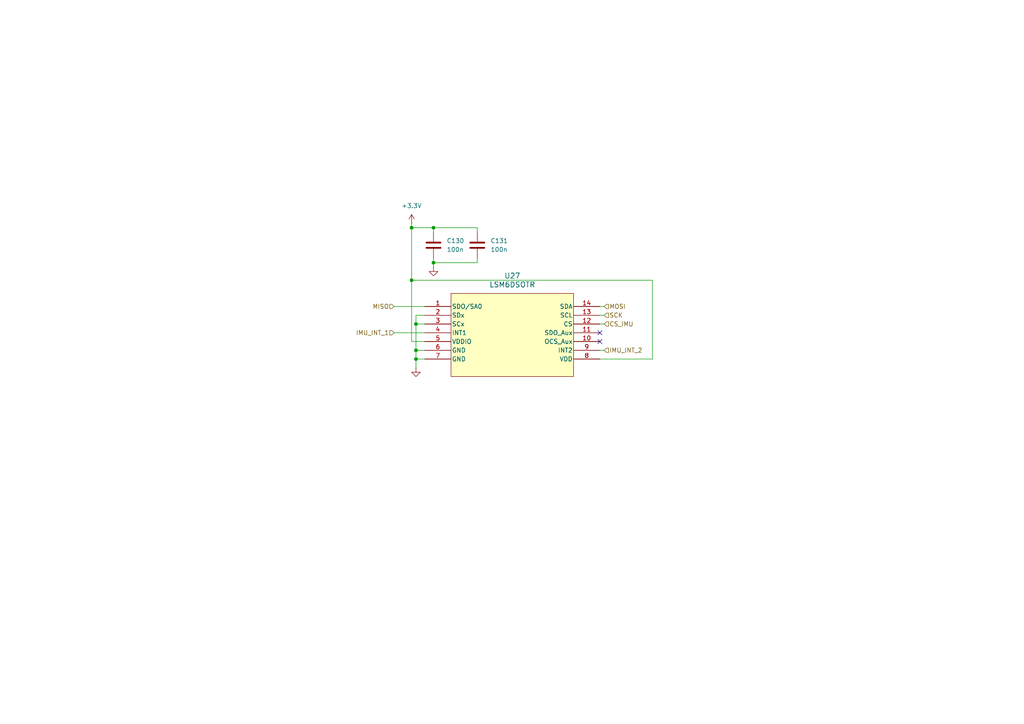
<source format=kicad_sch>
(kicad_sch
	(version 20250114)
	(generator "eeschema")
	(generator_version "9.0")
	(uuid "cf2df151-3433-4e66-980f-ce2eec243024")
	(paper "A4")
	(lib_symbols
		(symbol "Device:C"
			(pin_numbers
				(hide yes)
			)
			(pin_names
				(offset 0.254)
			)
			(exclude_from_sim no)
			(in_bom yes)
			(on_board yes)
			(property "Reference" "C"
				(at 0.635 2.54 0)
				(effects
					(font
						(size 1.27 1.27)
					)
					(justify left)
				)
			)
			(property "Value" "C"
				(at 0.635 -2.54 0)
				(effects
					(font
						(size 1.27 1.27)
					)
					(justify left)
				)
			)
			(property "Footprint" ""
				(at 0.9652 -3.81 0)
				(effects
					(font
						(size 1.27 1.27)
					)
					(hide yes)
				)
			)
			(property "Datasheet" "~"
				(at 0 0 0)
				(effects
					(font
						(size 1.27 1.27)
					)
					(hide yes)
				)
			)
			(property "Description" "Unpolarized capacitor"
				(at 0 0 0)
				(effects
					(font
						(size 1.27 1.27)
					)
					(hide yes)
				)
			)
			(property "ki_keywords" "cap capacitor"
				(at 0 0 0)
				(effects
					(font
						(size 1.27 1.27)
					)
					(hide yes)
				)
			)
			(property "ki_fp_filters" "C_*"
				(at 0 0 0)
				(effects
					(font
						(size 1.27 1.27)
					)
					(hide yes)
				)
			)
			(symbol "C_0_1"
				(polyline
					(pts
						(xy -2.032 0.762) (xy 2.032 0.762)
					)
					(stroke
						(width 0.508)
						(type default)
					)
					(fill
						(type none)
					)
				)
				(polyline
					(pts
						(xy -2.032 -0.762) (xy 2.032 -0.762)
					)
					(stroke
						(width 0.508)
						(type default)
					)
					(fill
						(type none)
					)
				)
			)
			(symbol "C_1_1"
				(pin passive line
					(at 0 3.81 270)
					(length 2.794)
					(name "~"
						(effects
							(font
								(size 1.27 1.27)
							)
						)
					)
					(number "1"
						(effects
							(font
								(size 1.27 1.27)
							)
						)
					)
				)
				(pin passive line
					(at 0 -3.81 90)
					(length 2.794)
					(name "~"
						(effects
							(font
								(size 1.27 1.27)
							)
						)
					)
					(number "2"
						(effects
							(font
								(size 1.27 1.27)
							)
						)
					)
				)
			)
			(embedded_fonts no)
		)
		(symbol "Tutor_Common_Parts:LSM6DSOTR"
			(pin_names
				(offset 0.254)
			)
			(exclude_from_sim no)
			(in_bom yes)
			(on_board yes)
			(property "Reference" "U"
				(at 25.4 10.16 0)
				(effects
					(font
						(size 1.524 1.524)
					)
				)
			)
			(property "Value" "LSM6DSOTR"
				(at 25.4 7.62 0)
				(effects
					(font
						(size 1.524 1.524)
					)
				)
			)
			(property "Footprint" "LGA-14L_2P5X3X0P86_STM"
				(at 0 0 0)
				(effects
					(font
						(size 1.27 1.27)
						(italic yes)
					)
					(hide yes)
				)
			)
			(property "Datasheet" "https://www.st.com/resource/en/datasheet/lsm6dso.pdf"
				(at 0 0 0)
				(effects
					(font
						(size 1.27 1.27)
						(italic yes)
					)
					(hide yes)
				)
			)
			(property "Description" ""
				(at 0 0 0)
				(effects
					(font
						(size 1.27 1.27)
					)
					(hide yes)
				)
			)
			(property "ki_locked" ""
				(at 0 0 0)
				(effects
					(font
						(size 1.27 1.27)
					)
				)
			)
			(property "ki_keywords" "LSM6DSOTR"
				(at 0 0 0)
				(effects
					(font
						(size 1.27 1.27)
					)
					(hide yes)
				)
			)
			(property "ki_fp_filters" "LGA-14L_2P5X3X0P86_STM LGA-14L_2P5X3X0P86_STM-M LGA-14L_2P5X3X0P86_STM-L"
				(at 0 0 0)
				(effects
					(font
						(size 1.27 1.27)
					)
					(hide yes)
				)
			)
			(symbol "LSM6DSOTR_0_1"
				(pin bidirectional line
					(at 0 0 0)
					(length 7.62)
					(name "SDO/SA0"
						(effects
							(font
								(size 1.27 1.27)
							)
						)
					)
					(number "1"
						(effects
							(font
								(size 1.27 1.27)
							)
						)
					)
				)
				(pin bidirectional line
					(at 0 -2.54 0)
					(length 7.62)
					(name "SDx"
						(effects
							(font
								(size 1.27 1.27)
							)
						)
					)
					(number "2"
						(effects
							(font
								(size 1.27 1.27)
							)
						)
					)
				)
				(pin bidirectional line
					(at 0 -5.08 0)
					(length 7.62)
					(name "SCx"
						(effects
							(font
								(size 1.27 1.27)
							)
						)
					)
					(number "3"
						(effects
							(font
								(size 1.27 1.27)
							)
						)
					)
				)
				(pin output line
					(at 0 -7.62 0)
					(length 7.62)
					(name "INT1"
						(effects
							(font
								(size 1.27 1.27)
							)
						)
					)
					(number "4"
						(effects
							(font
								(size 1.27 1.27)
							)
						)
					)
				)
				(pin power_in line
					(at 0 -10.16 0)
					(length 7.62)
					(name "VDDIO"
						(effects
							(font
								(size 1.27 1.27)
							)
						)
					)
					(number "5"
						(effects
							(font
								(size 1.27 1.27)
							)
						)
					)
				)
				(pin power_out line
					(at 0 -12.7 0)
					(length 7.62)
					(name "GND"
						(effects
							(font
								(size 1.27 1.27)
							)
						)
					)
					(number "6"
						(effects
							(font
								(size 1.27 1.27)
							)
						)
					)
				)
				(pin power_out line
					(at 0 -15.24 0)
					(length 7.62)
					(name "GND"
						(effects
							(font
								(size 1.27 1.27)
							)
						)
					)
					(number "7"
						(effects
							(font
								(size 1.27 1.27)
							)
						)
					)
				)
				(pin bidirectional line
					(at 50.8 0 180)
					(length 7.62)
					(name "SDA"
						(effects
							(font
								(size 1.27 1.27)
							)
						)
					)
					(number "14"
						(effects
							(font
								(size 1.27 1.27)
							)
						)
					)
				)
				(pin input line
					(at 50.8 -2.54 180)
					(length 7.62)
					(name "SCL"
						(effects
							(font
								(size 1.27 1.27)
							)
						)
					)
					(number "13"
						(effects
							(font
								(size 1.27 1.27)
							)
						)
					)
				)
				(pin input line
					(at 50.8 -5.08 180)
					(length 7.62)
					(name "CS"
						(effects
							(font
								(size 1.27 1.27)
							)
						)
					)
					(number "12"
						(effects
							(font
								(size 1.27 1.27)
							)
						)
					)
				)
				(pin bidirectional line
					(at 50.8 -7.62 180)
					(length 7.62)
					(name "SDO_Aux"
						(effects
							(font
								(size 1.27 1.27)
							)
						)
					)
					(number "11"
						(effects
							(font
								(size 1.27 1.27)
							)
						)
					)
				)
				(pin bidirectional line
					(at 50.8 -10.16 180)
					(length 7.62)
					(name "OCS_Aux"
						(effects
							(font
								(size 1.27 1.27)
							)
						)
					)
					(number "10"
						(effects
							(font
								(size 1.27 1.27)
							)
						)
					)
				)
				(pin output line
					(at 50.8 -12.7 180)
					(length 7.62)
					(name "INT2"
						(effects
							(font
								(size 1.27 1.27)
							)
						)
					)
					(number "9"
						(effects
							(font
								(size 1.27 1.27)
							)
						)
					)
				)
				(pin power_in line
					(at 50.8 -15.24 180)
					(length 7.62)
					(name "VDD"
						(effects
							(font
								(size 1.27 1.27)
							)
						)
					)
					(number "8"
						(effects
							(font
								(size 1.27 1.27)
							)
						)
					)
				)
			)
			(symbol "LSM6DSOTR_1_1"
				(rectangle
					(start 7.62 3.81)
					(end 43.18 -20.32)
					(stroke
						(width 0)
						(type solid)
					)
					(fill
						(type background)
					)
				)
			)
			(embedded_fonts no)
		)
		(symbol "power:+3.3V"
			(power)
			(pin_numbers
				(hide yes)
			)
			(pin_names
				(offset 0)
				(hide yes)
			)
			(exclude_from_sim no)
			(in_bom yes)
			(on_board yes)
			(property "Reference" "#PWR"
				(at 0 -3.81 0)
				(effects
					(font
						(size 1.27 1.27)
					)
					(hide yes)
				)
			)
			(property "Value" "+3.3V"
				(at 0 3.556 0)
				(effects
					(font
						(size 1.27 1.27)
					)
				)
			)
			(property "Footprint" ""
				(at 0 0 0)
				(effects
					(font
						(size 1.27 1.27)
					)
					(hide yes)
				)
			)
			(property "Datasheet" ""
				(at 0 0 0)
				(effects
					(font
						(size 1.27 1.27)
					)
					(hide yes)
				)
			)
			(property "Description" "Power symbol creates a global label with name \"+3.3V\""
				(at 0 0 0)
				(effects
					(font
						(size 1.27 1.27)
					)
					(hide yes)
				)
			)
			(property "ki_keywords" "global power"
				(at 0 0 0)
				(effects
					(font
						(size 1.27 1.27)
					)
					(hide yes)
				)
			)
			(symbol "+3.3V_0_1"
				(polyline
					(pts
						(xy -0.762 1.27) (xy 0 2.54)
					)
					(stroke
						(width 0)
						(type default)
					)
					(fill
						(type none)
					)
				)
				(polyline
					(pts
						(xy 0 2.54) (xy 0.762 1.27)
					)
					(stroke
						(width 0)
						(type default)
					)
					(fill
						(type none)
					)
				)
				(polyline
					(pts
						(xy 0 0) (xy 0 2.54)
					)
					(stroke
						(width 0)
						(type default)
					)
					(fill
						(type none)
					)
				)
			)
			(symbol "+3.3V_1_1"
				(pin power_in line
					(at 0 0 90)
					(length 0)
					(name "~"
						(effects
							(font
								(size 1.27 1.27)
							)
						)
					)
					(number "1"
						(effects
							(font
								(size 1.27 1.27)
							)
						)
					)
				)
			)
			(embedded_fonts no)
		)
		(symbol "power:GND"
			(power)
			(pin_numbers
				(hide yes)
			)
			(pin_names
				(offset 0)
				(hide yes)
			)
			(exclude_from_sim no)
			(in_bom yes)
			(on_board yes)
			(property "Reference" "#PWR"
				(at 0 -6.35 0)
				(effects
					(font
						(size 1.27 1.27)
					)
					(hide yes)
				)
			)
			(property "Value" "GND"
				(at 0 -3.81 0)
				(effects
					(font
						(size 1.27 1.27)
					)
				)
			)
			(property "Footprint" ""
				(at 0 0 0)
				(effects
					(font
						(size 1.27 1.27)
					)
					(hide yes)
				)
			)
			(property "Datasheet" ""
				(at 0 0 0)
				(effects
					(font
						(size 1.27 1.27)
					)
					(hide yes)
				)
			)
			(property "Description" "Power symbol creates a global label with name \"GND\" , ground"
				(at 0 0 0)
				(effects
					(font
						(size 1.27 1.27)
					)
					(hide yes)
				)
			)
			(property "ki_keywords" "global power"
				(at 0 0 0)
				(effects
					(font
						(size 1.27 1.27)
					)
					(hide yes)
				)
			)
			(symbol "GND_0_1"
				(polyline
					(pts
						(xy 0 0) (xy 0 -1.27) (xy 1.27 -1.27) (xy 0 -2.54) (xy -1.27 -1.27) (xy 0 -1.27)
					)
					(stroke
						(width 0)
						(type default)
					)
					(fill
						(type none)
					)
				)
			)
			(symbol "GND_1_1"
				(pin power_in line
					(at 0 0 270)
					(length 0)
					(name "~"
						(effects
							(font
								(size 1.27 1.27)
							)
						)
					)
					(number "1"
						(effects
							(font
								(size 1.27 1.27)
							)
						)
					)
				)
			)
			(embedded_fonts no)
		)
	)
	(junction
		(at 125.73 76.2)
		(diameter 0)
		(color 0 0 0 0)
		(uuid "305467a7-44c9-4cb2-b789-e952ff2625da")
	)
	(junction
		(at 119.38 81.28)
		(diameter 0)
		(color 0 0 0 0)
		(uuid "54745753-c59e-4f74-9ab9-1a25f3c7beb8")
	)
	(junction
		(at 120.65 104.14)
		(diameter 0)
		(color 0 0 0 0)
		(uuid "67b9349c-ef6a-4a2c-ae0d-2537f33dc1c7")
	)
	(junction
		(at 125.73 66.04)
		(diameter 0)
		(color 0 0 0 0)
		(uuid "76f95f45-4aa0-4632-a421-833f524e4523")
	)
	(junction
		(at 120.65 101.6)
		(diameter 0)
		(color 0 0 0 0)
		(uuid "7cb9fa9a-9d21-4feb-9f74-1f9038096384")
	)
	(junction
		(at 120.65 93.98)
		(diameter 0)
		(color 0 0 0 0)
		(uuid "ea01ea6a-9afc-4199-8632-01a08d37ab64")
	)
	(junction
		(at 119.38 66.04)
		(diameter 0)
		(color 0 0 0 0)
		(uuid "ee9095e6-2d5b-472f-8f39-efa75326df40")
	)
	(no_connect
		(at 173.99 96.52)
		(uuid "a74685aa-f188-4f70-bd74-99d6a2dca85c")
	)
	(no_connect
		(at 173.99 99.06)
		(uuid "f4a85ffc-6889-4ef4-a334-c41d804b7ceb")
	)
	(wire
		(pts
			(xy 125.73 66.04) (xy 138.43 66.04)
		)
		(stroke
			(width 0)
			(type default)
		)
		(uuid "1031800e-b4bc-4e47-b782-68adf18131c0")
	)
	(wire
		(pts
			(xy 138.43 74.93) (xy 138.43 76.2)
		)
		(stroke
			(width 0)
			(type default)
		)
		(uuid "19b19f3b-2854-44d1-b21a-bab8c7c2c4bf")
	)
	(wire
		(pts
			(xy 114.3 88.9) (xy 123.19 88.9)
		)
		(stroke
			(width 0)
			(type default)
		)
		(uuid "23fe81f0-a3e1-484d-bb5a-6f3fb3617e69")
	)
	(wire
		(pts
			(xy 120.65 104.14) (xy 120.65 101.6)
		)
		(stroke
			(width 0)
			(type default)
		)
		(uuid "28a3253b-28cd-4d73-a30c-819f0388a262")
	)
	(wire
		(pts
			(xy 114.3 96.52) (xy 123.19 96.52)
		)
		(stroke
			(width 0)
			(type default)
		)
		(uuid "29fa1b24-95cd-435c-9faf-43e2e3e5b955")
	)
	(wire
		(pts
			(xy 119.38 81.28) (xy 119.38 99.06)
		)
		(stroke
			(width 0)
			(type default)
		)
		(uuid "2ab04c40-e256-492e-939c-c8466f8a6f91")
	)
	(wire
		(pts
			(xy 120.65 93.98) (xy 123.19 93.98)
		)
		(stroke
			(width 0)
			(type default)
		)
		(uuid "53dcf466-48aa-4191-9682-4d7743118e05")
	)
	(wire
		(pts
			(xy 120.65 101.6) (xy 123.19 101.6)
		)
		(stroke
			(width 0)
			(type default)
		)
		(uuid "5596baeb-c912-46e0-9e9c-e55ded76b03e")
	)
	(wire
		(pts
			(xy 173.99 104.14) (xy 189.23 104.14)
		)
		(stroke
			(width 0)
			(type default)
		)
		(uuid "5d22a27a-c193-4857-9886-d4a1c04a1f79")
	)
	(wire
		(pts
			(xy 120.65 104.14) (xy 123.19 104.14)
		)
		(stroke
			(width 0)
			(type default)
		)
		(uuid "72f1928b-f121-4fda-8c8a-2b6dc6bc817b")
	)
	(wire
		(pts
			(xy 189.23 81.28) (xy 119.38 81.28)
		)
		(stroke
			(width 0)
			(type default)
		)
		(uuid "89d77375-50b0-4787-a559-81191648cc02")
	)
	(wire
		(pts
			(xy 125.73 76.2) (xy 138.43 76.2)
		)
		(stroke
			(width 0)
			(type default)
		)
		(uuid "8a851e59-9ce1-4a80-8fcd-c2f30c396fc7")
	)
	(wire
		(pts
			(xy 173.99 93.98) (xy 175.26 93.98)
		)
		(stroke
			(width 0)
			(type default)
		)
		(uuid "9b7f4957-8379-4c38-b553-c0b14fda0d48")
	)
	(wire
		(pts
			(xy 173.99 88.9) (xy 175.26 88.9)
		)
		(stroke
			(width 0)
			(type default)
		)
		(uuid "a278d267-4700-44c5-b914-fa977ab2816d")
	)
	(wire
		(pts
			(xy 173.99 91.44) (xy 175.26 91.44)
		)
		(stroke
			(width 0)
			(type default)
		)
		(uuid "a29cb0ba-dc35-48a2-90ea-da02d8e53d0e")
	)
	(wire
		(pts
			(xy 125.73 74.93) (xy 125.73 76.2)
		)
		(stroke
			(width 0)
			(type default)
		)
		(uuid "a6dad0cd-48c1-426a-80a0-8259b9fc97e0")
	)
	(wire
		(pts
			(xy 189.23 104.14) (xy 189.23 81.28)
		)
		(stroke
			(width 0)
			(type default)
		)
		(uuid "a938ceb5-deae-4f21-803a-2aa222a23578")
	)
	(wire
		(pts
			(xy 138.43 67.31) (xy 138.43 66.04)
		)
		(stroke
			(width 0)
			(type default)
		)
		(uuid "a9d7e47a-325f-4952-af61-52f9b202c1f3")
	)
	(wire
		(pts
			(xy 125.73 77.47) (xy 125.73 76.2)
		)
		(stroke
			(width 0)
			(type default)
		)
		(uuid "c22948fe-eb12-47ba-81ed-61f8db291c8e")
	)
	(wire
		(pts
			(xy 119.38 66.04) (xy 119.38 64.77)
		)
		(stroke
			(width 0)
			(type default)
		)
		(uuid "dab87965-e1ca-402a-92bc-123c0d84f94a")
	)
	(wire
		(pts
			(xy 120.65 106.68) (xy 120.65 104.14)
		)
		(stroke
			(width 0)
			(type default)
		)
		(uuid "e21a68da-83f3-480c-a5fc-19bf85cdc975")
	)
	(wire
		(pts
			(xy 125.73 67.31) (xy 125.73 66.04)
		)
		(stroke
			(width 0)
			(type default)
		)
		(uuid "e3b19e17-1887-4786-ab43-ccc98f90cc57")
	)
	(wire
		(pts
			(xy 120.65 91.44) (xy 123.19 91.44)
		)
		(stroke
			(width 0)
			(type default)
		)
		(uuid "ed65fed2-2aa9-4b4d-99a4-5eda13d272c4")
	)
	(wire
		(pts
			(xy 173.99 101.6) (xy 175.26 101.6)
		)
		(stroke
			(width 0)
			(type default)
		)
		(uuid "f0668969-dcef-4e67-9f6b-7da7e3b66723")
	)
	(wire
		(pts
			(xy 119.38 99.06) (xy 123.19 99.06)
		)
		(stroke
			(width 0)
			(type default)
		)
		(uuid "f55e9831-4ff1-4082-85df-bf9a950b2bb8")
	)
	(wire
		(pts
			(xy 119.38 66.04) (xy 119.38 81.28)
		)
		(stroke
			(width 0)
			(type default)
		)
		(uuid "fb2609cc-32b0-40a8-a8a8-5df9c8ccb9ae")
	)
	(wire
		(pts
			(xy 125.73 66.04) (xy 119.38 66.04)
		)
		(stroke
			(width 0)
			(type default)
		)
		(uuid "fbe8a7e5-acf4-4056-a20f-d7aef623b5e4")
	)
	(wire
		(pts
			(xy 120.65 101.6) (xy 120.65 93.98)
		)
		(stroke
			(width 0)
			(type default)
		)
		(uuid "fd0f93f2-955c-4a7d-8ab4-e157593cfa62")
	)
	(wire
		(pts
			(xy 120.65 93.98) (xy 120.65 91.44)
		)
		(stroke
			(width 0)
			(type default)
		)
		(uuid "fe4113bc-13af-4f4e-9dce-4af5c0dd5cdc")
	)
	(hierarchical_label "CS_IMU"
		(shape input)
		(at 175.26 93.98 0)
		(effects
			(font
				(size 1.27 1.27)
			)
			(justify left)
		)
		(uuid "1a66feeb-e194-436f-8fcc-e52d6c009e2c")
	)
	(hierarchical_label "IMU_INT_1"
		(shape input)
		(at 114.3 96.52 180)
		(effects
			(font
				(size 1.27 1.27)
			)
			(justify right)
		)
		(uuid "1d09a8fa-8d65-4fc9-9fe6-2136d16ecb20")
	)
	(hierarchical_label "SCK"
		(shape input)
		(at 175.26 91.44 0)
		(effects
			(font
				(size 1.27 1.27)
			)
			(justify left)
		)
		(uuid "9b395214-52b9-439d-b29f-cc3a2c008d75")
	)
	(hierarchical_label "MISO"
		(shape input)
		(at 114.3 88.9 180)
		(effects
			(font
				(size 1.27 1.27)
			)
			(justify right)
		)
		(uuid "b2a13911-72bf-45c1-b733-68cc54bafa4f")
	)
	(hierarchical_label "IMU_INT_2"
		(shape input)
		(at 175.26 101.6 0)
		(effects
			(font
				(size 1.27 1.27)
			)
			(justify left)
		)
		(uuid "e9f8f950-5f5f-47bf-a47f-dd57f9cea57d")
	)
	(hierarchical_label "MOSI"
		(shape input)
		(at 175.26 88.9 0)
		(effects
			(font
				(size 1.27 1.27)
			)
			(justify left)
		)
		(uuid "f9ef1e5c-b3c6-42d4-b350-cc405285f549")
	)
	(symbol
		(lib_id "power:GND")
		(at 120.65 106.68 0)
		(unit 1)
		(exclude_from_sim no)
		(in_bom yes)
		(on_board yes)
		(dnp no)
		(fields_autoplaced yes)
		(uuid "07ed028a-c53f-4d37-b2ec-f3d34fb0e016")
		(property "Reference" "#PWR0248"
			(at 120.65 113.03 0)
			(effects
				(font
					(size 1.27 1.27)
				)
				(hide yes)
			)
		)
		(property "Value" "GND"
			(at 120.65 111.76 0)
			(effects
				(font
					(size 1.27 1.27)
				)
				(hide yes)
			)
		)
		(property "Footprint" ""
			(at 120.65 106.68 0)
			(effects
				(font
					(size 1.27 1.27)
				)
				(hide yes)
			)
		)
		(property "Datasheet" ""
			(at 120.65 106.68 0)
			(effects
				(font
					(size 1.27 1.27)
				)
				(hide yes)
			)
		)
		(property "Description" "Power symbol creates a global label with name \"GND\" , ground"
			(at 120.65 106.68 0)
			(effects
				(font
					(size 1.27 1.27)
				)
				(hide yes)
			)
		)
		(pin "1"
			(uuid "0d715449-170c-46c6-a47b-c387a035de49")
		)
		(instances
			(project "Input_Eve_V1.0"
				(path "/519cd8d4-bb93-4bd2-8d6d-fc5bc7100516/9472516b-5331-4b54-a9a2-269015bd0328"
					(reference "#PWR0248")
					(unit 1)
				)
			)
		)
	)
	(symbol
		(lib_id "power:GND")
		(at 125.73 77.47 0)
		(unit 1)
		(exclude_from_sim no)
		(in_bom yes)
		(on_board yes)
		(dnp no)
		(fields_autoplaced yes)
		(uuid "6e415429-b865-4e5c-8a56-fbf66e847b57")
		(property "Reference" "#PWR0249"
			(at 125.73 83.82 0)
			(effects
				(font
					(size 1.27 1.27)
				)
				(hide yes)
			)
		)
		(property "Value" "GND"
			(at 125.73 82.55 0)
			(effects
				(font
					(size 1.27 1.27)
				)
				(hide yes)
			)
		)
		(property "Footprint" ""
			(at 125.73 77.47 0)
			(effects
				(font
					(size 1.27 1.27)
				)
				(hide yes)
			)
		)
		(property "Datasheet" ""
			(at 125.73 77.47 0)
			(effects
				(font
					(size 1.27 1.27)
				)
				(hide yes)
			)
		)
		(property "Description" "Power symbol creates a global label with name \"GND\" , ground"
			(at 125.73 77.47 0)
			(effects
				(font
					(size 1.27 1.27)
				)
				(hide yes)
			)
		)
		(pin "1"
			(uuid "cb974f97-733e-472b-9113-faf4b7231890")
		)
		(instances
			(project "Input_Eve_V1.0"
				(path "/519cd8d4-bb93-4bd2-8d6d-fc5bc7100516/9472516b-5331-4b54-a9a2-269015bd0328"
					(reference "#PWR0249")
					(unit 1)
				)
			)
		)
	)
	(symbol
		(lib_id "power:+3.3V")
		(at 119.38 64.77 0)
		(unit 1)
		(exclude_from_sim no)
		(in_bom yes)
		(on_board yes)
		(dnp no)
		(fields_autoplaced yes)
		(uuid "8a805ce7-e917-45e7-8072-ec435ad827c6")
		(property "Reference" "#PWR0250"
			(at 119.38 68.58 0)
			(effects
				(font
					(size 1.27 1.27)
				)
				(hide yes)
			)
		)
		(property "Value" "+3.3V"
			(at 119.38 59.69 0)
			(effects
				(font
					(size 1.27 1.27)
				)
			)
		)
		(property "Footprint" ""
			(at 119.38 64.77 0)
			(effects
				(font
					(size 1.27 1.27)
				)
				(hide yes)
			)
		)
		(property "Datasheet" ""
			(at 119.38 64.77 0)
			(effects
				(font
					(size 1.27 1.27)
				)
				(hide yes)
			)
		)
		(property "Description" "Power symbol creates a global label with name \"+3.3V\""
			(at 119.38 64.77 0)
			(effects
				(font
					(size 1.27 1.27)
				)
				(hide yes)
			)
		)
		(pin "1"
			(uuid "1d5fdace-5c9a-4abd-be44-b83172e361fe")
		)
		(instances
			(project "Input_Eve_V1.0"
				(path "/519cd8d4-bb93-4bd2-8d6d-fc5bc7100516/9472516b-5331-4b54-a9a2-269015bd0328"
					(reference "#PWR0250")
					(unit 1)
				)
			)
		)
	)
	(symbol
		(lib_id "Tutor_Common_Parts:LSM6DSOTR")
		(at 123.19 88.9 0)
		(unit 1)
		(exclude_from_sim no)
		(in_bom yes)
		(on_board yes)
		(dnp no)
		(fields_autoplaced yes)
		(uuid "a5bf4d7a-a322-43f1-8eca-ab65de6ba91d")
		(property "Reference" "U27"
			(at 148.59 80.01 0)
			(effects
				(font
					(size 1.524 1.524)
				)
			)
		)
		(property "Value" "LSM6DSOTR"
			(at 148.59 82.55 0)
			(effects
				(font
					(size 1.524 1.524)
				)
			)
		)
		(property "Footprint" "Package_LGA:LGA-14_3x2.5mm_P0.5mm_LayoutBorder3x4y"
			(at 123.19 88.9 0)
			(effects
				(font
					(size 1.27 1.27)
					(italic yes)
				)
				(hide yes)
			)
		)
		(property "Datasheet" "https://www.st.com/resource/en/datasheet/lsm6dso.pdf"
			(at 123.19 88.9 0)
			(effects
				(font
					(size 1.27 1.27)
					(italic yes)
				)
				(hide yes)
			)
		)
		(property "Description" ""
			(at 123.19 88.9 0)
			(effects
				(font
					(size 1.27 1.27)
				)
				(hide yes)
			)
		)
		(pin "14"
			(uuid "547650fc-639f-4e87-b1c4-4787da82c721")
		)
		(pin "13"
			(uuid "4775ef08-fce9-420a-a6c1-396b08d075d2")
		)
		(pin "10"
			(uuid "82cea534-9586-4eb2-b8f5-5b65c6c736d7")
		)
		(pin "11"
			(uuid "4d5993d9-2a1e-4575-8d7d-6c70ab59b225")
		)
		(pin "12"
			(uuid "6a06edc0-e30f-4afb-ba85-dee294e17acf")
		)
		(pin "9"
			(uuid "fb5c7f66-0a1a-442b-9309-4f97aadfd07a")
		)
		(pin "8"
			(uuid "2baaa146-c198-4861-8d09-dea8b8497b68")
		)
		(pin "7"
			(uuid "8b917454-ba50-4b08-8f0f-71a713df0e38")
		)
		(pin "1"
			(uuid "45dbed78-1351-43a6-9c69-38438e50de60")
		)
		(pin "2"
			(uuid "6dad517c-f283-4d9f-b993-64cbf3c8e3c6")
		)
		(pin "3"
			(uuid "a95383ed-f949-48b5-a1f6-136f5d5354f2")
		)
		(pin "4"
			(uuid "42b1dab4-be79-4e0b-a3aa-6bf725312d99")
		)
		(pin "5"
			(uuid "39bae71b-a161-401c-b4c5-347e6938648a")
		)
		(pin "6"
			(uuid "24cc9d60-e994-4683-b6ec-feecec392b2e")
		)
		(instances
			(project ""
				(path "/519cd8d4-bb93-4bd2-8d6d-fc5bc7100516/9472516b-5331-4b54-a9a2-269015bd0328"
					(reference "U27")
					(unit 1)
				)
			)
		)
	)
	(symbol
		(lib_id "Device:C")
		(at 125.73 71.12 0)
		(unit 1)
		(exclude_from_sim no)
		(in_bom yes)
		(on_board yes)
		(dnp no)
		(fields_autoplaced yes)
		(uuid "b491928b-9a9e-47f2-ba44-6f65e4cfe562")
		(property "Reference" "C130"
			(at 129.54 69.8499 0)
			(effects
				(font
					(size 1.27 1.27)
				)
				(justify left)
			)
		)
		(property "Value" "100n"
			(at 129.54 72.3899 0)
			(effects
				(font
					(size 1.27 1.27)
				)
				(justify left)
			)
		)
		(property "Footprint" "Capacitor_SMD:C_0402_1005Metric"
			(at 126.6952 74.93 0)
			(effects
				(font
					(size 1.27 1.27)
				)
				(hide yes)
			)
		)
		(property "Datasheet" "~"
			(at 125.73 71.12 0)
			(effects
				(font
					(size 1.27 1.27)
				)
				(hide yes)
			)
		)
		(property "Description" "Unpolarized capacitor"
			(at 125.73 71.12 0)
			(effects
				(font
					(size 1.27 1.27)
				)
				(hide yes)
			)
		)
		(pin "1"
			(uuid "18a2540e-cca5-43c9-8053-fb181ecd01bc")
		)
		(pin "2"
			(uuid "aa94058c-7f9d-407d-abc0-41e248a736d4")
		)
		(instances
			(project "Input_Eve_V1.0"
				(path "/519cd8d4-bb93-4bd2-8d6d-fc5bc7100516/9472516b-5331-4b54-a9a2-269015bd0328"
					(reference "C130")
					(unit 1)
				)
			)
		)
	)
	(symbol
		(lib_id "Device:C")
		(at 138.43 71.12 0)
		(unit 1)
		(exclude_from_sim no)
		(in_bom yes)
		(on_board yes)
		(dnp no)
		(fields_autoplaced yes)
		(uuid "c36c6f12-09c7-456c-9fa1-f4620e007e7f")
		(property "Reference" "C131"
			(at 142.24 69.8499 0)
			(effects
				(font
					(size 1.27 1.27)
				)
				(justify left)
			)
		)
		(property "Value" "100n"
			(at 142.24 72.3899 0)
			(effects
				(font
					(size 1.27 1.27)
				)
				(justify left)
			)
		)
		(property "Footprint" "Capacitor_SMD:C_0402_1005Metric"
			(at 139.3952 74.93 0)
			(effects
				(font
					(size 1.27 1.27)
				)
				(hide yes)
			)
		)
		(property "Datasheet" "~"
			(at 138.43 71.12 0)
			(effects
				(font
					(size 1.27 1.27)
				)
				(hide yes)
			)
		)
		(property "Description" "Unpolarized capacitor"
			(at 138.43 71.12 0)
			(effects
				(font
					(size 1.27 1.27)
				)
				(hide yes)
			)
		)
		(pin "1"
			(uuid "8b66498a-e274-4437-9eeb-9cd073e06bdf")
		)
		(pin "2"
			(uuid "4a4a6108-3fa4-4b18-9f65-e2fad2e5b9bf")
		)
		(instances
			(project "Input_Eve_V1.0"
				(path "/519cd8d4-bb93-4bd2-8d6d-fc5bc7100516/9472516b-5331-4b54-a9a2-269015bd0328"
					(reference "C131")
					(unit 1)
				)
			)
		)
	)
)

</source>
